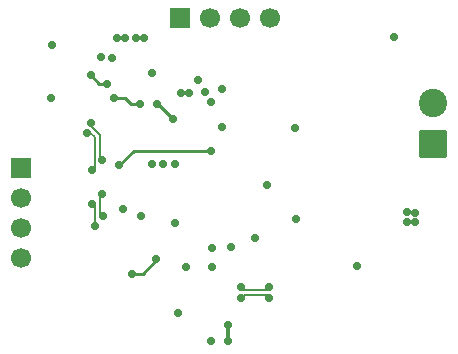
<source format=gbr>
%TF.GenerationSoftware,KiCad,Pcbnew,9.0.3+1*%
%TF.CreationDate,2025-09-03T21:21:13+02:00*%
%TF.ProjectId,Micro-VX,4d696372-6f2d-4565-982e-6b696361645f,rev?*%
%TF.SameCoordinates,Original*%
%TF.FileFunction,Copper,L4,Bot*%
%TF.FilePolarity,Positive*%
%FSLAX46Y46*%
G04 Gerber Fmt 4.6, Leading zero omitted, Abs format (unit mm)*
G04 Created by KiCad (PCBNEW 9.0.3+1) date 2025-09-03 21:21:13*
%MOMM*%
%LPD*%
G01*
G04 APERTURE LIST*
G04 Aperture macros list*
%AMRoundRect*
0 Rectangle with rounded corners*
0 $1 Rounding radius*
0 $2 $3 $4 $5 $6 $7 $8 $9 X,Y pos of 4 corners*
0 Add a 4 corners polygon primitive as box body*
4,1,4,$2,$3,$4,$5,$6,$7,$8,$9,$2,$3,0*
0 Add four circle primitives for the rounded corners*
1,1,$1+$1,$2,$3*
1,1,$1+$1,$4,$5*
1,1,$1+$1,$6,$7*
1,1,$1+$1,$8,$9*
0 Add four rect primitives between the rounded corners*
20,1,$1+$1,$2,$3,$4,$5,0*
20,1,$1+$1,$4,$5,$6,$7,0*
20,1,$1+$1,$6,$7,$8,$9,0*
20,1,$1+$1,$8,$9,$2,$3,0*%
G04 Aperture macros list end*
%TA.AperFunction,ComponentPad*%
%ADD10R,1.700000X1.700000*%
%TD*%
%TA.AperFunction,ComponentPad*%
%ADD11C,1.700000*%
%TD*%
%TA.AperFunction,ComponentPad*%
%ADD12RoundRect,0.250001X0.949999X-0.949999X0.949999X0.949999X-0.949999X0.949999X-0.949999X-0.949999X0*%
%TD*%
%TA.AperFunction,ComponentPad*%
%ADD13C,2.400000*%
%TD*%
%TA.AperFunction,ViaPad*%
%ADD14C,0.700000*%
%TD*%
%TA.AperFunction,Conductor*%
%ADD15C,0.300000*%
%TD*%
%TA.AperFunction,Conductor*%
%ADD16C,0.250000*%
%TD*%
%TA.AperFunction,Conductor*%
%ADD17C,0.200000*%
%TD*%
G04 APERTURE END LIST*
D10*
%TO.P,J3,1,Pin_1*%
%TO.N,GND*%
X46193198Y-34534676D03*
D11*
%TO.P,J3,2,Pin_2*%
%TO.N,+3.3V*%
X48733198Y-34534676D03*
%TO.P,J3,3,Pin_3*%
%TO.N,I2C1_SCL*%
X51273198Y-34534676D03*
%TO.P,J3,4,Pin_4*%
%TO.N,I2C1_SDA*%
X53813198Y-34534676D03*
%TD*%
D10*
%TO.P,J2,1,Pin_1*%
%TO.N,+3.3V*%
X32743198Y-47284676D03*
D11*
%TO.P,J2,2,Pin_2*%
%TO.N,SWDIO*%
X32743198Y-49824676D03*
%TO.P,J2,3,Pin_3*%
%TO.N,SWCLK*%
X32743198Y-52364676D03*
%TO.P,J2,4,Pin_4*%
%TO.N,GND*%
X32743198Y-54904676D03*
%TD*%
D12*
%TO.P,J4,1,Pin_1*%
%TO.N,VDC*%
X67667500Y-45250000D03*
D13*
%TO.P,J4,2,Pin_2*%
%TO.N,GND*%
X67667500Y-41750000D03*
%TD*%
D14*
%TO.N,Net-(MIC1-+)*%
X50275000Y-60550000D03*
X50289977Y-61925000D03*
%TO.N,GND*%
X48875000Y-61925000D03*
%TO.N,+3.3V*%
X46075000Y-59500000D03*
X46273198Y-40924676D03*
X43833198Y-39184676D03*
X50528198Y-53972176D03*
X41573198Y-36264676D03*
X47773198Y-39824676D03*
X48938198Y-53982176D03*
X35323198Y-41344676D03*
X42903198Y-51334676D03*
X40483198Y-37904676D03*
X49743198Y-40524676D03*
X40893198Y-36264676D03*
X55933198Y-43884676D03*
X46943198Y-40894676D03*
%TO.N,LED*%
X48813198Y-45764676D03*
X41073198Y-46964676D03*
%TO.N,I2C1_SCL*%
X42818198Y-41809676D03*
X44238198Y-41809676D03*
X45588198Y-43084676D03*
X40657654Y-41334677D03*
%TO.N,USB_D-*%
X51363198Y-57299676D03*
X39626355Y-49408271D03*
X39628197Y-46565059D03*
X39703198Y-51334676D03*
X53713198Y-57299676D03*
X38664508Y-43391671D03*
%TO.N,ACC_Pin*%
X42113198Y-56194676D03*
X38638198Y-39404676D03*
X40053198Y-40144676D03*
X44193198Y-54984676D03*
%TO.N,USB_D+*%
X51363198Y-58249676D03*
X38987676Y-52160194D03*
X38345379Y-44277899D03*
X38728198Y-47404676D03*
X53713198Y-58249676D03*
X38778199Y-50254676D03*
%TO.N,GND*%
X65393198Y-51844676D03*
X64320000Y-36170000D03*
X48873198Y-41614676D03*
X43803198Y-46884676D03*
X49753198Y-43794676D03*
X66103198Y-51024676D03*
X46743198Y-55584676D03*
X43163198Y-36234676D03*
X41343198Y-50734676D03*
X42473198Y-36224676D03*
X45793198Y-46874676D03*
X35333198Y-36854676D03*
X48943198Y-55584676D03*
X61223198Y-55544676D03*
X66103198Y-51854676D03*
X53573198Y-48714676D03*
X44780698Y-46884676D03*
X39523198Y-37854676D03*
X55993198Y-51534676D03*
X48283198Y-40844676D03*
X52543198Y-53134676D03*
X65393198Y-51004676D03*
X45743198Y-51934676D03*
%TD*%
D15*
%TO.N,Net-(MIC1-+)*%
X50289977Y-61876248D02*
X50289977Y-60621992D01*
X50289977Y-60621992D02*
X50271899Y-60603914D01*
D16*
%TO.N,LED*%
X48813198Y-45764676D02*
X42273198Y-45764676D01*
X42273198Y-45764676D02*
X41073198Y-46964676D01*
%TO.N,I2C1_SCL*%
X41589341Y-41334677D02*
X40657654Y-41334677D01*
X42064340Y-41809676D02*
X41589341Y-41334677D01*
X42818198Y-41809676D02*
X42064340Y-41809676D01*
X44313198Y-41809676D02*
X44238198Y-41809676D01*
X45588198Y-43084676D02*
X44313198Y-41809676D01*
D17*
%TO.N,USB_D-*%
X39428199Y-49457175D02*
X39477103Y-49408271D01*
X51613197Y-57549675D02*
X53463199Y-57549675D01*
X39428199Y-51059677D02*
X39428199Y-49457175D01*
X39477103Y-49408271D02*
X39626355Y-49408271D01*
X39703198Y-51334676D02*
X39428199Y-51059677D01*
X38645901Y-43659180D02*
X39428199Y-44441478D01*
X38645901Y-43410278D02*
X38645901Y-43659180D01*
X39428199Y-44441478D02*
X39428199Y-46365061D01*
X38664508Y-43391671D02*
X38645901Y-43410278D01*
X51363198Y-57299676D02*
X51613197Y-57549675D01*
X39428199Y-46365061D02*
X39628197Y-46565059D01*
X53463199Y-57549675D02*
X53713198Y-57299676D01*
D16*
%TO.N,ACC_Pin*%
X43043198Y-56194676D02*
X42113198Y-56194676D01*
X39378198Y-40144676D02*
X38638198Y-39404676D01*
X40053198Y-40144676D02*
X39378198Y-40144676D01*
X44193198Y-55044676D02*
X43043198Y-56194676D01*
X44193198Y-54984676D02*
X44193198Y-55044676D01*
D17*
%TO.N,USB_D+*%
X51613197Y-57999677D02*
X53463199Y-57999677D01*
X38628222Y-44277899D02*
X38978197Y-44627874D01*
X38978197Y-51867874D02*
X38978197Y-50454674D01*
X38987676Y-52160194D02*
X38987676Y-51877353D01*
X38978197Y-47154677D02*
X38728198Y-47404676D01*
X53463199Y-57999677D02*
X53713198Y-58249676D01*
X38978197Y-44627874D02*
X38978197Y-47154677D01*
X38978197Y-50454674D02*
X38778199Y-50254676D01*
X38345379Y-44277899D02*
X38628222Y-44277899D01*
X38987676Y-51877353D02*
X38978197Y-51867874D01*
X51363198Y-58249676D02*
X51613197Y-57999677D01*
%TD*%
M02*

</source>
